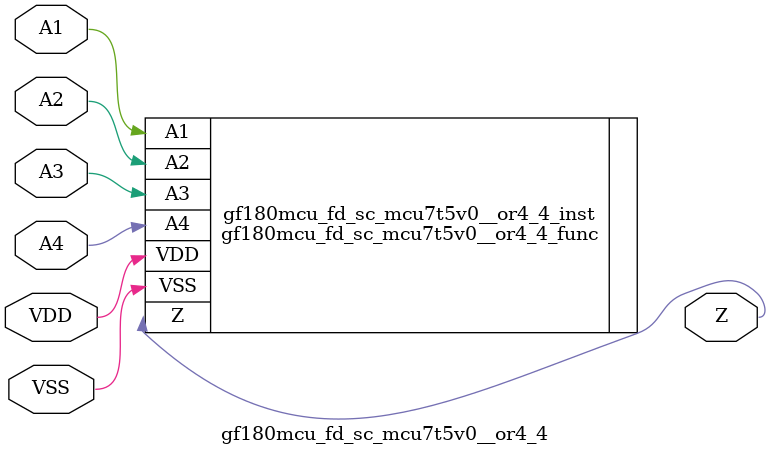
<source format=v>

module gf180mcu_fd_sc_mcu7t5v0__or4_4( A4, A3, A2, A1, Z, VDD, VSS );
input A1, A2, A3, A4;
inout VDD, VSS;
output Z;

   `ifdef FUNCTIONAL  //  functional //

	gf180mcu_fd_sc_mcu7t5v0__or4_4_func gf180mcu_fd_sc_mcu7t5v0__or4_4_behav_inst(.A4(A4),.A3(A3),.A2(A2),.A1(A1),.Z(Z),.VDD(VDD),.VSS(VSS));

   `else

	gf180mcu_fd_sc_mcu7t5v0__or4_4_func gf180mcu_fd_sc_mcu7t5v0__or4_4_inst(.A4(A4),.A3(A3),.A2(A2),.A1(A1),.Z(Z),.VDD(VDD),.VSS(VSS));

	// spec_gates_begin


	// spec_gates_end



   specify

	// specify_block_begin

	// comb arc A1 --> Z
	 (A1 => Z) = (1.0,1.0);

	// comb arc A2 --> Z
	 (A2 => Z) = (1.0,1.0);

	// comb arc A3 --> Z
	 (A3 => Z) = (1.0,1.0);

	// comb arc A4 --> Z
	 (A4 => Z) = (1.0,1.0);

	// specify_block_end

   endspecify

   `endif

endmodule

</source>
